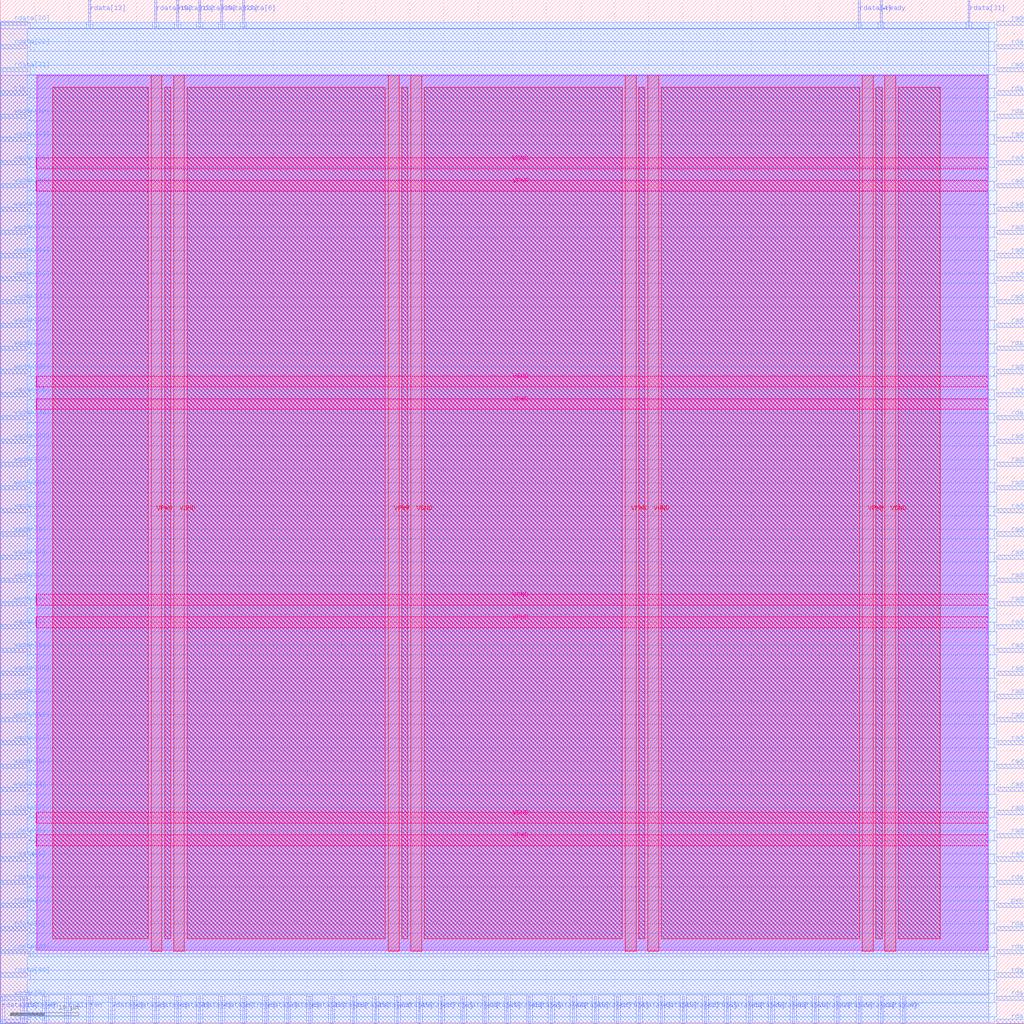
<source format=lef>
VERSION 5.7 ;
  NOWIREEXTENSIONATPIN ON ;
  DIVIDERCHAR "/" ;
  BUSBITCHARS "[]" ;
MACRO timer_top
  CLASS BLOCK ;
  FOREIGN timer_top ;
  ORIGIN 0.000 0.000 ;
  SIZE 150.000 BY 150.000 ;
  PIN VGND
    DIRECTION INOUT ;
    USE GROUND ;
    PORT
      LAYER met4 ;
        RECT 25.385 10.640 26.985 138.960 ;
    END
    PORT
      LAYER met4 ;
        RECT 60.115 10.640 61.715 138.960 ;
    END
    PORT
      LAYER met4 ;
        RECT 94.845 10.640 96.445 138.960 ;
    END
    PORT
      LAYER met4 ;
        RECT 129.575 10.640 131.175 138.960 ;
    END
    PORT
      LAYER met5 ;
        RECT 5.280 29.360 144.680 30.960 ;
    END
    PORT
      LAYER met5 ;
        RECT 5.280 61.320 144.680 62.920 ;
    END
    PORT
      LAYER met5 ;
        RECT 5.280 93.280 144.680 94.880 ;
    END
    PORT
      LAYER met5 ;
        RECT 5.280 125.240 144.680 126.840 ;
    END
  END VGND
  PIN VPWR
    DIRECTION INOUT ;
    USE POWER ;
    PORT
      LAYER met4 ;
        RECT 22.085 10.640 23.685 138.960 ;
    END
    PORT
      LAYER met4 ;
        RECT 56.815 10.640 58.415 138.960 ;
    END
    PORT
      LAYER met4 ;
        RECT 91.545 10.640 93.145 138.960 ;
    END
    PORT
      LAYER met4 ;
        RECT 126.275 10.640 127.875 138.960 ;
    END
    PORT
      LAYER met5 ;
        RECT 5.280 26.060 144.680 27.660 ;
    END
    PORT
      LAYER met5 ;
        RECT 5.280 58.020 144.680 59.620 ;
    END
    PORT
      LAYER met5 ;
        RECT 5.280 89.980 144.680 91.580 ;
    END
    PORT
      LAYER met5 ;
        RECT 5.280 121.940 144.680 123.540 ;
    END
  END VPWR
  PIN clk
    DIRECTION INPUT ;
    USE SIGNAL ;
    ANTENNAGATEAREA 0.852000 ;
    PORT
      LAYER met3 ;
        RECT 0.000 136.040 4.000 136.640 ;
    END
  END clk
  PIN pwm
    DIRECTION OUTPUT ;
    USE SIGNAL ;
    ANTENNADIFFAREA 0.445500 ;
    PORT
      LAYER met3 ;
        RECT 146.000 17.040 150.000 17.640 ;
    END
  END pwm
  PIN raddr[0]
    DIRECTION INPUT ;
    USE SIGNAL ;
    ANTENNAGATEAREA 0.196500 ;
    PORT
      LAYER met3 ;
        RECT 146.000 129.240 150.000 129.840 ;
    END
  END raddr[0]
  PIN raddr[10]
    DIRECTION INPUT ;
    USE SIGNAL ;
    ANTENNAGATEAREA 0.196500 ;
    PORT
      LAYER met3 ;
        RECT 146.000 139.440 150.000 140.040 ;
    END
  END raddr[10]
  PIN raddr[11]
    DIRECTION INPUT ;
    USE SIGNAL ;
    ANTENNAGATEAREA 0.196500 ;
    PORT
      LAYER met3 ;
        RECT 146.000 57.840 150.000 58.440 ;
    END
  END raddr[11]
  PIN raddr[12]
    DIRECTION INPUT ;
    USE SIGNAL ;
    ANTENNAGATEAREA 0.196500 ;
    PORT
      LAYER met3 ;
        RECT 146.000 102.040 150.000 102.640 ;
    END
  END raddr[12]
  PIN raddr[13]
    DIRECTION INPUT ;
    USE SIGNAL ;
    ANTENNAGATEAREA 0.196500 ;
    PORT
      LAYER met3 ;
        RECT 146.000 85.040 150.000 85.640 ;
    END
  END raddr[13]
  PIN raddr[14]
    DIRECTION INPUT ;
    USE SIGNAL ;
    ANTENNAGATEAREA 0.196500 ;
    PORT
      LAYER met3 ;
        RECT 146.000 115.640 150.000 116.240 ;
    END
  END raddr[14]
  PIN raddr[15]
    DIRECTION INPUT ;
    USE SIGNAL ;
    ANTENNAGATEAREA 0.196500 ;
    PORT
      LAYER met3 ;
        RECT 146.000 68.040 150.000 68.640 ;
    END
  END raddr[15]
  PIN raddr[16]
    DIRECTION INPUT ;
    USE SIGNAL ;
    ANTENNAGATEAREA 0.196500 ;
    PORT
      LAYER met3 ;
        RECT 146.000 74.840 150.000 75.440 ;
    END
  END raddr[16]
  PIN raddr[17]
    DIRECTION INPUT ;
    USE SIGNAL ;
    ANTENNAGATEAREA 0.196500 ;
    PORT
      LAYER met3 ;
        RECT 146.000 51.040 150.000 51.640 ;
    END
  END raddr[17]
  PIN raddr[18]
    DIRECTION INPUT ;
    USE SIGNAL ;
    ANTENNAGATEAREA 0.196500 ;
    PORT
      LAYER met3 ;
        RECT 146.000 61.240 150.000 61.840 ;
    END
  END raddr[18]
  PIN raddr[19]
    DIRECTION INPUT ;
    USE SIGNAL ;
    ANTENNAGATEAREA 0.196500 ;
    PORT
      LAYER met3 ;
        RECT 146.000 54.440 150.000 55.040 ;
    END
  END raddr[19]
  PIN raddr[1]
    DIRECTION INPUT ;
    USE SIGNAL ;
    ANTENNAGATEAREA 0.196500 ;
    PORT
      LAYER met3 ;
        RECT 146.000 91.840 150.000 92.440 ;
    END
  END raddr[1]
  PIN raddr[20]
    DIRECTION INPUT ;
    USE SIGNAL ;
    ANTENNAGATEAREA 0.196500 ;
    PORT
      LAYER met3 ;
        RECT 146.000 78.240 150.000 78.840 ;
    END
  END raddr[20]
  PIN raddr[21]
    DIRECTION INPUT ;
    USE SIGNAL ;
    ANTENNAGATEAREA 0.196500 ;
    PORT
      LAYER met3 ;
        RECT 146.000 37.440 150.000 38.040 ;
    END
  END raddr[21]
  PIN raddr[22]
    DIRECTION INPUT ;
    USE SIGNAL ;
    ANTENNAGATEAREA 0.196500 ;
    PORT
      LAYER met3 ;
        RECT 146.000 34.040 150.000 34.640 ;
    END
  END raddr[22]
  PIN raddr[23]
    DIRECTION INPUT ;
    USE SIGNAL ;
    ANTENNAGATEAREA 0.196500 ;
    PORT
      LAYER met3 ;
        RECT 146.000 40.840 150.000 41.440 ;
    END
  END raddr[23]
  PIN raddr[24]
    DIRECTION INPUT ;
    USE SIGNAL ;
    ANTENNAGATEAREA 0.196500 ;
    PORT
      LAYER met3 ;
        RECT 146.000 146.240 150.000 146.840 ;
    END
  END raddr[24]
  PIN raddr[25]
    DIRECTION INPUT ;
    USE SIGNAL ;
    ANTENNAGATEAREA 0.196500 ;
    PORT
      LAYER met3 ;
        RECT 146.000 44.240 150.000 44.840 ;
    END
  END raddr[25]
  PIN raddr[26]
    DIRECTION INPUT ;
    USE SIGNAL ;
    ANTENNAGATEAREA 0.196500 ;
    PORT
      LAYER met3 ;
        RECT 146.000 30.640 150.000 31.240 ;
    END
  END raddr[26]
  PIN raddr[27]
    DIRECTION INPUT ;
    USE SIGNAL ;
    ANTENNAGATEAREA 0.196500 ;
    PORT
      LAYER met3 ;
        RECT 146.000 71.440 150.000 72.040 ;
    END
  END raddr[27]
  PIN raddr[28]
    DIRECTION INPUT ;
    USE SIGNAL ;
    ANTENNAGATEAREA 0.196500 ;
    PORT
      LAYER met3 ;
        RECT 146.000 122.440 150.000 123.040 ;
    END
  END raddr[28]
  PIN raddr[29]
    DIRECTION INPUT ;
    USE SIGNAL ;
    ANTENNAGATEAREA 0.196500 ;
    PORT
      LAYER met3 ;
        RECT 146.000 27.240 150.000 27.840 ;
    END
  END raddr[29]
  PIN raddr[2]
    DIRECTION INPUT ;
    USE SIGNAL ;
    ANTENNAGATEAREA 0.196500 ;
    PORT
      LAYER met3 ;
        RECT 146.000 119.040 150.000 119.640 ;
    END
  END raddr[2]
  PIN raddr[30]
    DIRECTION INPUT ;
    USE SIGNAL ;
    ANTENNAGATEAREA 0.196500 ;
    PORT
      LAYER met3 ;
        RECT 146.000 23.840 150.000 24.440 ;
    END
  END raddr[30]
  PIN raddr[31]
    DIRECTION INPUT ;
    USE SIGNAL ;
    ANTENNAGATEAREA 0.196500 ;
    PORT
      LAYER met3 ;
        RECT 146.000 47.640 150.000 48.240 ;
    END
  END raddr[31]
  PIN raddr[3]
    DIRECTION INPUT ;
    USE SIGNAL ;
    ANTENNAGATEAREA 0.196500 ;
    PORT
      LAYER met3 ;
        RECT 146.000 112.240 150.000 112.840 ;
    END
  END raddr[3]
  PIN raddr[4]
    DIRECTION INPUT ;
    USE SIGNAL ;
    ANTENNAGATEAREA 0.196500 ;
    PORT
      LAYER met3 ;
        RECT 146.000 81.640 150.000 82.240 ;
    END
  END raddr[4]
  PIN raddr[5]
    DIRECTION INPUT ;
    USE SIGNAL ;
    ANTENNAGATEAREA 0.196500 ;
    PORT
      LAYER met3 ;
        RECT 146.000 125.840 150.000 126.440 ;
    END
  END raddr[5]
  PIN raddr[6]
    DIRECTION INPUT ;
    USE SIGNAL ;
    ANTENNAGATEAREA 0.196500 ;
    PORT
      LAYER met3 ;
        RECT 146.000 95.240 150.000 95.840 ;
    END
  END raddr[6]
  PIN raddr[7]
    DIRECTION INPUT ;
    USE SIGNAL ;
    ANTENNAGATEAREA 0.196500 ;
    PORT
      LAYER met3 ;
        RECT 146.000 64.640 150.000 65.240 ;
    END
  END raddr[7]
  PIN raddr[8]
    DIRECTION INPUT ;
    USE SIGNAL ;
    ANTENNAGATEAREA 0.196500 ;
    PORT
      LAYER met3 ;
        RECT 146.000 105.440 150.000 106.040 ;
    END
  END raddr[8]
  PIN raddr[9]
    DIRECTION INPUT ;
    USE SIGNAL ;
    ANTENNAGATEAREA 0.196500 ;
    PORT
      LAYER met3 ;
        RECT 146.000 108.840 150.000 109.440 ;
    END
  END raddr[9]
  PIN rdata[0]
    DIRECTION OUTPUT ;
    USE SIGNAL ;
    PORT
      LAYER met3 ;
        RECT 146.000 142.840 150.000 143.440 ;
    END
  END rdata[0]
  PIN rdata[10]
    DIRECTION OUTPUT ;
    USE SIGNAL ;
    PORT
      LAYER met3 ;
        RECT 0.000 20.440 4.000 21.040 ;
    END
  END rdata[10]
  PIN rdata[11]
    DIRECTION OUTPUT ;
    USE SIGNAL ;
    PORT
      LAYER met3 ;
        RECT 0.000 17.040 4.000 17.640 ;
    END
  END rdata[11]
  PIN rdata[12]
    DIRECTION OUTPUT ;
    USE SIGNAL ;
    PORT
      LAYER met2 ;
        RECT 25.850 146.000 26.130 150.000 ;
    END
  END rdata[12]
  PIN rdata[13]
    DIRECTION OUTPUT ;
    USE SIGNAL ;
    PORT
      LAYER met2 ;
        RECT 12.970 146.000 13.250 150.000 ;
    END
  END rdata[13]
  PIN rdata[14]
    DIRECTION OUTPUT ;
    USE SIGNAL ;
    PORT
      LAYER met3 ;
        RECT 146.000 3.440 150.000 4.040 ;
    END
  END rdata[14]
  PIN rdata[15]
    DIRECTION OUTPUT ;
    USE SIGNAL ;
    PORT
      LAYER met3 ;
        RECT 146.000 0.040 150.000 0.640 ;
    END
  END rdata[15]
  PIN rdata[16]
    DIRECTION OUTPUT ;
    USE SIGNAL ;
    PORT
      LAYER met3 ;
        RECT 146.000 13.640 150.000 14.240 ;
    END
  END rdata[16]
  PIN rdata[17]
    DIRECTION OUTPUT ;
    USE SIGNAL ;
    PORT
      LAYER met3 ;
        RECT 146.000 132.640 150.000 133.240 ;
    END
  END rdata[17]
  PIN rdata[18]
    DIRECTION OUTPUT ;
    USE SIGNAL ;
    PORT
      LAYER met2 ;
        RECT 0.090 0.000 0.370 4.000 ;
    END
  END rdata[18]
  PIN rdata[19]
    DIRECTION OUTPUT ;
    USE SIGNAL ;
    PORT
      LAYER met2 ;
        RECT 22.630 146.000 22.910 150.000 ;
    END
  END rdata[19]
  PIN rdata[1]
    DIRECTION OUTPUT ;
    USE SIGNAL ;
    ANTENNADIFFAREA 0.445500 ;
    PORT
      LAYER met3 ;
        RECT 146.000 98.640 150.000 99.240 ;
    END
  END rdata[1]
  PIN rdata[20]
    DIRECTION OUTPUT ;
    USE SIGNAL ;
    PORT
      LAYER met3 ;
        RECT 0.000 146.240 4.000 146.840 ;
    END
  END rdata[20]
  PIN rdata[21]
    DIRECTION OUTPUT ;
    USE SIGNAL ;
    PORT
      LAYER met3 ;
        RECT 0.000 139.440 4.000 140.040 ;
    END
  END rdata[21]
  PIN rdata[22]
    DIRECTION OUTPUT ;
    USE SIGNAL ;
    PORT
      LAYER met3 ;
        RECT 0.000 142.840 4.000 143.440 ;
    END
  END rdata[22]
  PIN rdata[23]
    DIRECTION OUTPUT ;
    USE SIGNAL ;
    PORT
      LAYER met3 ;
        RECT 146.000 20.440 150.000 21.040 ;
    END
  END rdata[23]
  PIN rdata[24]
    DIRECTION OUTPUT ;
    USE SIGNAL ;
    PORT
      LAYER met3 ;
        RECT 146.000 10.240 150.000 10.840 ;
    END
  END rdata[24]
  PIN rdata[25]
    DIRECTION OUTPUT ;
    USE SIGNAL ;
    PORT
      LAYER met3 ;
        RECT 146.000 136.040 150.000 136.640 ;
    END
  END rdata[25]
  PIN rdata[26]
    DIRECTION OUTPUT ;
    USE SIGNAL ;
    PORT
      LAYER met3 ;
        RECT 0.000 10.240 4.000 10.840 ;
    END
  END rdata[26]
  PIN rdata[27]
    DIRECTION OUTPUT ;
    USE SIGNAL ;
    PORT
      LAYER met2 ;
        RECT 32.290 146.000 32.570 150.000 ;
    END
  END rdata[27]
  PIN rdata[28]
    DIRECTION OUTPUT ;
    USE SIGNAL ;
    PORT
      LAYER met3 ;
        RECT 146.000 6.840 150.000 7.440 ;
    END
  END rdata[28]
  PIN rdata[29]
    DIRECTION OUTPUT ;
    USE SIGNAL ;
    PORT
      LAYER met2 ;
        RECT 29.070 146.000 29.350 150.000 ;
    END
  END rdata[29]
  PIN rdata[2]
    DIRECTION OUTPUT ;
    USE SIGNAL ;
    ANTENNADIFFAREA 0.445500 ;
    PORT
      LAYER met3 ;
        RECT 146.000 88.440 150.000 89.040 ;
    END
  END rdata[2]
  PIN rdata[30]
    DIRECTION OUTPUT ;
    USE SIGNAL ;
    PORT
      LAYER met3 ;
        RECT 0.000 6.840 4.000 7.440 ;
    END
  END rdata[30]
  PIN rdata[31]
    DIRECTION OUTPUT ;
    USE SIGNAL ;
    PORT
      LAYER met2 ;
        RECT 141.770 146.000 142.050 150.000 ;
    END
  END rdata[31]
  PIN rdata[3]
    DIRECTION OUTPUT ;
    USE SIGNAL ;
    PORT
      LAYER met3 ;
        RECT 0.000 13.640 4.000 14.240 ;
    END
  END rdata[3]
  PIN rdata[4]
    DIRECTION OUTPUT ;
    USE SIGNAL ;
    PORT
      LAYER met2 ;
        RECT 125.670 146.000 125.950 150.000 ;
    END
  END rdata[4]
  PIN rdata[5]
    DIRECTION OUTPUT ;
    USE SIGNAL ;
    PORT
      LAYER met3 ;
        RECT 0.000 27.240 4.000 27.840 ;
    END
  END rdata[5]
  PIN rdata[6]
    DIRECTION OUTPUT ;
    USE SIGNAL ;
    PORT
      LAYER met3 ;
        RECT 0.000 23.840 4.000 24.440 ;
    END
  END rdata[6]
  PIN rdata[7]
    DIRECTION OUTPUT ;
    USE SIGNAL ;
    PORT
      LAYER met3 ;
        RECT 0.000 30.640 4.000 31.240 ;
    END
  END rdata[7]
  PIN rdata[8]
    DIRECTION OUTPUT ;
    USE SIGNAL ;
    PORT
      LAYER met2 ;
        RECT 35.510 146.000 35.790 150.000 ;
    END
  END rdata[8]
  PIN rdata[9]
    DIRECTION OUTPUT ;
    USE SIGNAL ;
    PORT
      LAYER met2 ;
        RECT 3.310 0.000 3.590 4.000 ;
    END
  END rdata[9]
  PIN ren
    DIRECTION INPUT ;
    USE SIGNAL ;
    ANTENNAGATEAREA 0.196500 ;
    PORT
      LAYER met2 ;
        RECT 12.970 0.000 13.250 4.000 ;
    END
  END ren
  PIN rstn
    DIRECTION INPUT ;
    USE SIGNAL ;
    ANTENNAGATEAREA 0.213000 ;
    PORT
      LAYER met2 ;
        RECT 132.110 0.000 132.390 4.000 ;
    END
  END rstn
  PIN rvalid
    DIRECTION OUTPUT ;
    USE SIGNAL ;
    ANTENNADIFFAREA 0.445500 ;
    PORT
      LAYER met2 ;
        RECT 9.750 0.000 10.030 4.000 ;
    END
  END rvalid
  PIN waddr[0]
    DIRECTION INPUT ;
    USE SIGNAL ;
    ANTENNAGATEAREA 0.196500 ;
    PORT
      LAYER met3 ;
        RECT 0.000 74.840 4.000 75.440 ;
    END
  END waddr[0]
  PIN waddr[10]
    DIRECTION INPUT ;
    USE SIGNAL ;
    ANTENNAGATEAREA 0.196500 ;
    PORT
      LAYER met3 ;
        RECT 0.000 47.640 4.000 48.240 ;
    END
  END waddr[10]
  PIN waddr[11]
    DIRECTION INPUT ;
    USE SIGNAL ;
    ANTENNAGATEAREA 0.196500 ;
    PORT
      LAYER met3 ;
        RECT 0.000 40.840 4.000 41.440 ;
    END
  END waddr[11]
  PIN waddr[12]
    DIRECTION INPUT ;
    USE SIGNAL ;
    ANTENNAGATEAREA 0.196500 ;
    PORT
      LAYER met3 ;
        RECT 0.000 51.040 4.000 51.640 ;
    END
  END waddr[12]
  PIN waddr[13]
    DIRECTION INPUT ;
    USE SIGNAL ;
    ANTENNAGATEAREA 0.196500 ;
    PORT
      LAYER met3 ;
        RECT 0.000 37.440 4.000 38.040 ;
    END
  END waddr[13]
  PIN waddr[14]
    DIRECTION INPUT ;
    USE SIGNAL ;
    ANTENNAGATEAREA 0.196500 ;
    PORT
      LAYER met3 ;
        RECT 0.000 54.440 4.000 55.040 ;
    END
  END waddr[14]
  PIN waddr[15]
    DIRECTION INPUT ;
    USE SIGNAL ;
    ANTENNAGATEAREA 0.196500 ;
    PORT
      LAYER met3 ;
        RECT 0.000 44.240 4.000 44.840 ;
    END
  END waddr[15]
  PIN waddr[16]
    DIRECTION INPUT ;
    USE SIGNAL ;
    ANTENNAGATEAREA 0.196500 ;
    PORT
      LAYER met3 ;
        RECT 0.000 132.640 4.000 133.240 ;
    END
  END waddr[16]
  PIN waddr[17]
    DIRECTION INPUT ;
    USE SIGNAL ;
    ANTENNAGATEAREA 0.196500 ;
    PORT
      LAYER met3 ;
        RECT 0.000 81.640 4.000 82.240 ;
    END
  END waddr[17]
  PIN waddr[18]
    DIRECTION INPUT ;
    USE SIGNAL ;
    ANTENNAGATEAREA 0.196500 ;
    PORT
      LAYER met3 ;
        RECT 0.000 122.440 4.000 123.040 ;
    END
  END waddr[18]
  PIN waddr[19]
    DIRECTION INPUT ;
    USE SIGNAL ;
    ANTENNAGATEAREA 0.196500 ;
    PORT
      LAYER met3 ;
        RECT 0.000 129.240 4.000 129.840 ;
    END
  END waddr[19]
  PIN waddr[1]
    DIRECTION INPUT ;
    USE SIGNAL ;
    ANTENNAGATEAREA 0.196500 ;
    PORT
      LAYER met3 ;
        RECT 0.000 71.440 4.000 72.040 ;
    END
  END waddr[1]
  PIN waddr[20]
    DIRECTION INPUT ;
    USE SIGNAL ;
    ANTENNAGATEAREA 0.196500 ;
    PORT
      LAYER met3 ;
        RECT 0.000 102.040 4.000 102.640 ;
    END
  END waddr[20]
  PIN waddr[21]
    DIRECTION INPUT ;
    USE SIGNAL ;
    ANTENNAGATEAREA 0.196500 ;
    PORT
      LAYER met3 ;
        RECT 0.000 108.840 4.000 109.440 ;
    END
  END waddr[21]
  PIN waddr[22]
    DIRECTION INPUT ;
    USE SIGNAL ;
    ANTENNAGATEAREA 0.196500 ;
    PORT
      LAYER met3 ;
        RECT 0.000 85.040 4.000 85.640 ;
    END
  END waddr[22]
  PIN waddr[23]
    DIRECTION INPUT ;
    USE SIGNAL ;
    ANTENNAGATEAREA 0.196500 ;
    PORT
      LAYER met3 ;
        RECT 0.000 105.440 4.000 106.040 ;
    END
  END waddr[23]
  PIN waddr[24]
    DIRECTION INPUT ;
    USE SIGNAL ;
    ANTENNAGATEAREA 0.196500 ;
    PORT
      LAYER met3 ;
        RECT 0.000 98.640 4.000 99.240 ;
    END
  END waddr[24]
  PIN waddr[25]
    DIRECTION INPUT ;
    USE SIGNAL ;
    ANTENNAGATEAREA 0.196500 ;
    PORT
      LAYER met3 ;
        RECT 0.000 95.240 4.000 95.840 ;
    END
  END waddr[25]
  PIN waddr[26]
    DIRECTION INPUT ;
    USE SIGNAL ;
    ANTENNAGATEAREA 0.196500 ;
    PORT
      LAYER met3 ;
        RECT 0.000 125.840 4.000 126.440 ;
    END
  END waddr[26]
  PIN waddr[27]
    DIRECTION INPUT ;
    USE SIGNAL ;
    ANTENNAGATEAREA 0.196500 ;
    PORT
      LAYER met3 ;
        RECT 0.000 119.040 4.000 119.640 ;
    END
  END waddr[27]
  PIN waddr[28]
    DIRECTION INPUT ;
    USE SIGNAL ;
    ANTENNAGATEAREA 0.196500 ;
    PORT
      LAYER met3 ;
        RECT 0.000 91.840 4.000 92.440 ;
    END
  END waddr[28]
  PIN waddr[29]
    DIRECTION INPUT ;
    USE SIGNAL ;
    ANTENNAGATEAREA 0.196500 ;
    PORT
      LAYER met3 ;
        RECT 0.000 88.440 4.000 89.040 ;
    END
  END waddr[29]
  PIN waddr[2]
    DIRECTION INPUT ;
    USE SIGNAL ;
    ANTENNAGATEAREA 0.196500 ;
    PORT
      LAYER met3 ;
        RECT 0.000 57.840 4.000 58.440 ;
    END
  END waddr[2]
  PIN waddr[30]
    DIRECTION INPUT ;
    USE SIGNAL ;
    ANTENNAGATEAREA 0.196500 ;
    PORT
      LAYER met3 ;
        RECT 0.000 115.640 4.000 116.240 ;
    END
  END waddr[30]
  PIN waddr[31]
    DIRECTION INPUT ;
    USE SIGNAL ;
    ANTENNAGATEAREA 0.196500 ;
    PORT
      LAYER met3 ;
        RECT 0.000 112.240 4.000 112.840 ;
    END
  END waddr[31]
  PIN waddr[3]
    DIRECTION INPUT ;
    USE SIGNAL ;
    ANTENNAGATEAREA 0.213000 ;
    PORT
      LAYER met3 ;
        RECT 0.000 34.040 4.000 34.640 ;
    END
  END waddr[3]
  PIN waddr[4]
    DIRECTION INPUT ;
    USE SIGNAL ;
    ANTENNAGATEAREA 0.196500 ;
    PORT
      LAYER met3 ;
        RECT 0.000 61.240 4.000 61.840 ;
    END
  END waddr[4]
  PIN waddr[5]
    DIRECTION INPUT ;
    USE SIGNAL ;
    ANTENNAGATEAREA 0.196500 ;
    PORT
      LAYER met3 ;
        RECT 0.000 78.240 4.000 78.840 ;
    END
  END waddr[5]
  PIN waddr[6]
    DIRECTION INPUT ;
    USE SIGNAL ;
    ANTENNAGATEAREA 0.196500 ;
    PORT
      LAYER met3 ;
        RECT 0.000 64.640 4.000 65.240 ;
    END
  END waddr[6]
  PIN waddr[7]
    DIRECTION INPUT ;
    USE SIGNAL ;
    ANTENNAGATEAREA 0.196500 ;
    PORT
      LAYER met3 ;
        RECT 0.000 68.040 4.000 68.640 ;
    END
  END waddr[7]
  PIN waddr[8]
    DIRECTION INPUT ;
    USE SIGNAL ;
    ANTENNAGATEAREA 0.196500 ;
    PORT
      LAYER met3 ;
        RECT 0.000 3.440 4.000 4.040 ;
    END
  END waddr[8]
  PIN waddr[9]
    DIRECTION INPUT ;
    USE SIGNAL ;
    ANTENNAGATEAREA 0.196500 ;
    PORT
      LAYER met3 ;
        RECT 0.000 0.040 4.000 0.640 ;
    END
  END waddr[9]
  PIN wdata[0]
    DIRECTION INPUT ;
    USE SIGNAL ;
    ANTENNAGATEAREA 0.196500 ;
    PORT
      LAYER met2 ;
        RECT 32.290 0.000 32.570 4.000 ;
    END
  END wdata[0]
  PIN wdata[10]
    DIRECTION INPUT ;
    USE SIGNAL ;
    ANTENNAGATEAREA 0.196500 ;
    PORT
      LAYER met2 ;
        RECT 83.810 0.000 84.090 4.000 ;
    END
  END wdata[10]
  PIN wdata[11]
    DIRECTION INPUT ;
    USE SIGNAL ;
    ANTENNAGATEAREA 0.196500 ;
    PORT
      LAYER met2 ;
        RECT 99.910 0.000 100.190 4.000 ;
    END
  END wdata[11]
  PIN wdata[12]
    DIRECTION INPUT ;
    USE SIGNAL ;
    ANTENNAGATEAREA 0.196500 ;
    PORT
      LAYER met2 ;
        RECT 96.690 0.000 96.970 4.000 ;
    END
  END wdata[12]
  PIN wdata[13]
    DIRECTION INPUT ;
    USE SIGNAL ;
    ANTENNAGATEAREA 0.196500 ;
    PORT
      LAYER met2 ;
        RECT 87.030 0.000 87.310 4.000 ;
    END
  END wdata[13]
  PIN wdata[14]
    DIRECTION INPUT ;
    USE SIGNAL ;
    ANTENNAGATEAREA 0.196500 ;
    PORT
      LAYER met2 ;
        RECT 80.590 0.000 80.870 4.000 ;
    END
  END wdata[14]
  PIN wdata[15]
    DIRECTION INPUT ;
    USE SIGNAL ;
    ANTENNAGATEAREA 0.196500 ;
    PORT
      LAYER met2 ;
        RECT 74.150 0.000 74.430 4.000 ;
    END
  END wdata[15]
  PIN wdata[16]
    DIRECTION INPUT ;
    USE SIGNAL ;
    ANTENNAGATEAREA 0.196500 ;
    PORT
      LAYER met2 ;
        RECT 48.390 0.000 48.670 4.000 ;
    END
  END wdata[16]
  PIN wdata[17]
    DIRECTION INPUT ;
    USE SIGNAL ;
    ANTENNAGATEAREA 0.196500 ;
    PORT
      LAYER met2 ;
        RECT 45.170 0.000 45.450 4.000 ;
    END
  END wdata[17]
  PIN wdata[18]
    DIRECTION INPUT ;
    USE SIGNAL ;
    ANTENNAGATEAREA 0.196500 ;
    PORT
      LAYER met2 ;
        RECT 51.610 0.000 51.890 4.000 ;
    END
  END wdata[18]
  PIN wdata[19]
    DIRECTION INPUT ;
    USE SIGNAL ;
    ANTENNAGATEAREA 0.196500 ;
    PORT
      LAYER met2 ;
        RECT 58.050 0.000 58.330 4.000 ;
    END
  END wdata[19]
  PIN wdata[1]
    DIRECTION INPUT ;
    USE SIGNAL ;
    ANTENNAGATEAREA 0.196500 ;
    PORT
      LAYER met2 ;
        RECT 25.850 0.000 26.130 4.000 ;
    END
  END wdata[1]
  PIN wdata[20]
    DIRECTION INPUT ;
    USE SIGNAL ;
    ANTENNAGATEAREA 0.196500 ;
    PORT
      LAYER met2 ;
        RECT 54.830 0.000 55.110 4.000 ;
    END
  END wdata[20]
  PIN wdata[21]
    DIRECTION INPUT ;
    USE SIGNAL ;
    ANTENNAGATEAREA 0.196500 ;
    PORT
      LAYER met2 ;
        RECT 70.930 0.000 71.210 4.000 ;
    END
  END wdata[21]
  PIN wdata[22]
    DIRECTION INPUT ;
    USE SIGNAL ;
    ANTENNAGATEAREA 0.196500 ;
    PORT
      LAYER met2 ;
        RECT 67.710 0.000 67.990 4.000 ;
    END
  END wdata[22]
  PIN wdata[23]
    DIRECTION INPUT ;
    USE SIGNAL ;
    ANTENNAGATEAREA 0.196500 ;
    PORT
      LAYER met2 ;
        RECT 61.270 0.000 61.550 4.000 ;
    END
  END wdata[23]
  PIN wdata[24]
    DIRECTION INPUT ;
    USE SIGNAL ;
    ANTENNAGATEAREA 0.196500 ;
    PORT
      LAYER met2 ;
        RECT 128.890 0.000 129.170 4.000 ;
    END
  END wdata[24]
  PIN wdata[25]
    DIRECTION INPUT ;
    USE SIGNAL ;
    ANTENNAGATEAREA 0.196500 ;
    PORT
      LAYER met2 ;
        RECT 106.350 0.000 106.630 4.000 ;
    END
  END wdata[25]
  PIN wdata[26]
    DIRECTION INPUT ;
    USE SIGNAL ;
    ANTENNAGATEAREA 0.196500 ;
    PORT
      LAYER met2 ;
        RECT 112.790 0.000 113.070 4.000 ;
    END
  END wdata[26]
  PIN wdata[27]
    DIRECTION INPUT ;
    USE SIGNAL ;
    ANTENNAGATEAREA 0.196500 ;
    PORT
      LAYER met2 ;
        RECT 119.230 0.000 119.510 4.000 ;
    END
  END wdata[27]
  PIN wdata[28]
    DIRECTION INPUT ;
    USE SIGNAL ;
    ANTENNAGATEAREA 0.196500 ;
    PORT
      LAYER met2 ;
        RECT 109.570 0.000 109.850 4.000 ;
    END
  END wdata[28]
  PIN wdata[29]
    DIRECTION INPUT ;
    USE SIGNAL ;
    ANTENNAGATEAREA 0.196500 ;
    PORT
      LAYER met2 ;
        RECT 122.450 0.000 122.730 4.000 ;
    END
  END wdata[29]
  PIN wdata[2]
    DIRECTION INPUT ;
    USE SIGNAL ;
    ANTENNAGATEAREA 0.196500 ;
    PORT
      LAYER met2 ;
        RECT 19.410 0.000 19.690 4.000 ;
    END
  END wdata[2]
  PIN wdata[30]
    DIRECTION INPUT ;
    USE SIGNAL ;
    ANTENNAGATEAREA 0.196500 ;
    PORT
      LAYER met2 ;
        RECT 116.010 0.000 116.290 4.000 ;
    END
  END wdata[30]
  PIN wdata[31]
    DIRECTION INPUT ;
    USE SIGNAL ;
    ANTENNAGATEAREA 0.196500 ;
    PORT
      LAYER met2 ;
        RECT 125.670 0.000 125.950 4.000 ;
    END
  END wdata[31]
  PIN wdata[3]
    DIRECTION INPUT ;
    USE SIGNAL ;
    ANTENNAGATEAREA 0.196500 ;
    PORT
      LAYER met2 ;
        RECT 16.190 0.000 16.470 4.000 ;
    END
  END wdata[3]
  PIN wdata[4]
    DIRECTION INPUT ;
    USE SIGNAL ;
    ANTENNAGATEAREA 0.196500 ;
    PORT
      LAYER met2 ;
        RECT 29.070 0.000 29.350 4.000 ;
    END
  END wdata[4]
  PIN wdata[5]
    DIRECTION INPUT ;
    USE SIGNAL ;
    ANTENNAGATEAREA 0.196500 ;
    PORT
      LAYER met2 ;
        RECT 22.630 0.000 22.910 4.000 ;
    END
  END wdata[5]
  PIN wdata[6]
    DIRECTION INPUT ;
    USE SIGNAL ;
    ANTENNAGATEAREA 0.196500 ;
    PORT
      LAYER met2 ;
        RECT 41.950 0.000 42.230 4.000 ;
    END
  END wdata[6]
  PIN wdata[7]
    DIRECTION INPUT ;
    USE SIGNAL ;
    ANTENNAGATEAREA 0.196500 ;
    PORT
      LAYER met2 ;
        RECT 38.730 0.000 39.010 4.000 ;
    END
  END wdata[7]
  PIN wdata[8]
    DIRECTION INPUT ;
    USE SIGNAL ;
    ANTENNAGATEAREA 0.196500 ;
    PORT
      LAYER met2 ;
        RECT 77.370 0.000 77.650 4.000 ;
    END
  END wdata[8]
  PIN wdata[9]
    DIRECTION INPUT ;
    USE SIGNAL ;
    ANTENNAGATEAREA 0.196500 ;
    PORT
      LAYER met2 ;
        RECT 93.470 0.000 93.750 4.000 ;
    END
  END wdata[9]
  PIN wen
    DIRECTION INPUT ;
    USE SIGNAL ;
    ANTENNAGATEAREA 0.196500 ;
    PORT
      LAYER met2 ;
        RECT 6.530 0.000 6.810 4.000 ;
    END
  END wen
  PIN wready
    DIRECTION OUTPUT ;
    USE SIGNAL ;
    PORT
      LAYER met2 ;
        RECT 128.890 146.000 129.170 150.000 ;
    END
  END wready
  PIN wstrb[0]
    DIRECTION INPUT ;
    USE SIGNAL ;
    ANTENNAGATEAREA 0.196500 ;
    PORT
      LAYER met2 ;
        RECT 35.510 0.000 35.790 4.000 ;
    END
  END wstrb[0]
  PIN wstrb[1]
    DIRECTION INPUT ;
    USE SIGNAL ;
    ANTENNAGATEAREA 0.213000 ;
    PORT
      LAYER met2 ;
        RECT 90.250 0.000 90.530 4.000 ;
    END
  END wstrb[1]
  PIN wstrb[2]
    DIRECTION INPUT ;
    USE SIGNAL ;
    ANTENNAGATEAREA 0.213000 ;
    PORT
      LAYER met2 ;
        RECT 64.490 0.000 64.770 4.000 ;
    END
  END wstrb[2]
  PIN wstrb[3]
    DIRECTION INPUT ;
    USE SIGNAL ;
    ANTENNAGATEAREA 0.196500 ;
    PORT
      LAYER met2 ;
        RECT 103.130 0.000 103.410 4.000 ;
    END
  END wstrb[3]
  OBS
      LAYER nwell ;
        RECT 5.330 10.795 144.630 138.910 ;
      LAYER li1 ;
        RECT 5.520 10.795 144.440 138.805 ;
      LAYER met1 ;
        RECT 0.070 10.240 144.830 138.960 ;
      LAYER met2 ;
        RECT 0.100 145.720 12.690 146.725 ;
        RECT 13.530 145.720 22.350 146.725 ;
        RECT 23.190 145.720 25.570 146.725 ;
        RECT 26.410 145.720 28.790 146.725 ;
        RECT 29.630 145.720 32.010 146.725 ;
        RECT 32.850 145.720 35.230 146.725 ;
        RECT 36.070 145.720 125.390 146.725 ;
        RECT 126.230 145.720 128.610 146.725 ;
        RECT 129.450 145.720 141.490 146.725 ;
        RECT 142.330 145.720 144.800 146.725 ;
        RECT 0.100 4.280 144.800 145.720 ;
        RECT 0.650 0.155 3.030 4.280 ;
        RECT 3.870 0.155 6.250 4.280 ;
        RECT 7.090 0.155 9.470 4.280 ;
        RECT 10.310 0.155 12.690 4.280 ;
        RECT 13.530 0.155 15.910 4.280 ;
        RECT 16.750 0.155 19.130 4.280 ;
        RECT 19.970 0.155 22.350 4.280 ;
        RECT 23.190 0.155 25.570 4.280 ;
        RECT 26.410 0.155 28.790 4.280 ;
        RECT 29.630 0.155 32.010 4.280 ;
        RECT 32.850 0.155 35.230 4.280 ;
        RECT 36.070 0.155 38.450 4.280 ;
        RECT 39.290 0.155 41.670 4.280 ;
        RECT 42.510 0.155 44.890 4.280 ;
        RECT 45.730 0.155 48.110 4.280 ;
        RECT 48.950 0.155 51.330 4.280 ;
        RECT 52.170 0.155 54.550 4.280 ;
        RECT 55.390 0.155 57.770 4.280 ;
        RECT 58.610 0.155 60.990 4.280 ;
        RECT 61.830 0.155 64.210 4.280 ;
        RECT 65.050 0.155 67.430 4.280 ;
        RECT 68.270 0.155 70.650 4.280 ;
        RECT 71.490 0.155 73.870 4.280 ;
        RECT 74.710 0.155 77.090 4.280 ;
        RECT 77.930 0.155 80.310 4.280 ;
        RECT 81.150 0.155 83.530 4.280 ;
        RECT 84.370 0.155 86.750 4.280 ;
        RECT 87.590 0.155 89.970 4.280 ;
        RECT 90.810 0.155 93.190 4.280 ;
        RECT 94.030 0.155 96.410 4.280 ;
        RECT 97.250 0.155 99.630 4.280 ;
        RECT 100.470 0.155 102.850 4.280 ;
        RECT 103.690 0.155 106.070 4.280 ;
        RECT 106.910 0.155 109.290 4.280 ;
        RECT 110.130 0.155 112.510 4.280 ;
        RECT 113.350 0.155 115.730 4.280 ;
        RECT 116.570 0.155 118.950 4.280 ;
        RECT 119.790 0.155 122.170 4.280 ;
        RECT 123.010 0.155 125.390 4.280 ;
        RECT 126.230 0.155 128.610 4.280 ;
        RECT 129.450 0.155 131.830 4.280 ;
        RECT 132.670 0.155 144.800 4.280 ;
      LAYER met3 ;
        RECT 4.400 145.840 145.600 146.705 ;
        RECT 3.990 143.840 146.000 145.840 ;
        RECT 4.400 142.440 145.600 143.840 ;
        RECT 3.990 140.440 146.000 142.440 ;
        RECT 4.400 139.040 145.600 140.440 ;
        RECT 3.990 137.040 146.000 139.040 ;
        RECT 4.400 135.640 145.600 137.040 ;
        RECT 3.990 133.640 146.000 135.640 ;
        RECT 4.400 132.240 145.600 133.640 ;
        RECT 3.990 130.240 146.000 132.240 ;
        RECT 4.400 128.840 145.600 130.240 ;
        RECT 3.990 126.840 146.000 128.840 ;
        RECT 4.400 125.440 145.600 126.840 ;
        RECT 3.990 123.440 146.000 125.440 ;
        RECT 4.400 122.040 145.600 123.440 ;
        RECT 3.990 120.040 146.000 122.040 ;
        RECT 4.400 118.640 145.600 120.040 ;
        RECT 3.990 116.640 146.000 118.640 ;
        RECT 4.400 115.240 145.600 116.640 ;
        RECT 3.990 113.240 146.000 115.240 ;
        RECT 4.400 111.840 145.600 113.240 ;
        RECT 3.990 109.840 146.000 111.840 ;
        RECT 4.400 108.440 145.600 109.840 ;
        RECT 3.990 106.440 146.000 108.440 ;
        RECT 4.400 105.040 145.600 106.440 ;
        RECT 3.990 103.040 146.000 105.040 ;
        RECT 4.400 101.640 145.600 103.040 ;
        RECT 3.990 99.640 146.000 101.640 ;
        RECT 4.400 98.240 145.600 99.640 ;
        RECT 3.990 96.240 146.000 98.240 ;
        RECT 4.400 94.840 145.600 96.240 ;
        RECT 3.990 92.840 146.000 94.840 ;
        RECT 4.400 91.440 145.600 92.840 ;
        RECT 3.990 89.440 146.000 91.440 ;
        RECT 4.400 88.040 145.600 89.440 ;
        RECT 3.990 86.040 146.000 88.040 ;
        RECT 4.400 84.640 145.600 86.040 ;
        RECT 3.990 82.640 146.000 84.640 ;
        RECT 4.400 81.240 145.600 82.640 ;
        RECT 3.990 79.240 146.000 81.240 ;
        RECT 4.400 77.840 145.600 79.240 ;
        RECT 3.990 75.840 146.000 77.840 ;
        RECT 4.400 74.440 145.600 75.840 ;
        RECT 3.990 72.440 146.000 74.440 ;
        RECT 4.400 71.040 145.600 72.440 ;
        RECT 3.990 69.040 146.000 71.040 ;
        RECT 4.400 67.640 145.600 69.040 ;
        RECT 3.990 65.640 146.000 67.640 ;
        RECT 4.400 64.240 145.600 65.640 ;
        RECT 3.990 62.240 146.000 64.240 ;
        RECT 4.400 60.840 145.600 62.240 ;
        RECT 3.990 58.840 146.000 60.840 ;
        RECT 4.400 57.440 145.600 58.840 ;
        RECT 3.990 55.440 146.000 57.440 ;
        RECT 4.400 54.040 145.600 55.440 ;
        RECT 3.990 52.040 146.000 54.040 ;
        RECT 4.400 50.640 145.600 52.040 ;
        RECT 3.990 48.640 146.000 50.640 ;
        RECT 4.400 47.240 145.600 48.640 ;
        RECT 3.990 45.240 146.000 47.240 ;
        RECT 4.400 43.840 145.600 45.240 ;
        RECT 3.990 41.840 146.000 43.840 ;
        RECT 4.400 40.440 145.600 41.840 ;
        RECT 3.990 38.440 146.000 40.440 ;
        RECT 4.400 37.040 145.600 38.440 ;
        RECT 3.990 35.040 146.000 37.040 ;
        RECT 4.400 33.640 145.600 35.040 ;
        RECT 3.990 31.640 146.000 33.640 ;
        RECT 4.400 30.240 145.600 31.640 ;
        RECT 3.990 28.240 146.000 30.240 ;
        RECT 4.400 26.840 145.600 28.240 ;
        RECT 3.990 24.840 146.000 26.840 ;
        RECT 4.400 23.440 145.600 24.840 ;
        RECT 3.990 21.440 146.000 23.440 ;
        RECT 4.400 20.040 145.600 21.440 ;
        RECT 3.990 18.040 146.000 20.040 ;
        RECT 4.400 16.640 145.600 18.040 ;
        RECT 3.990 14.640 146.000 16.640 ;
        RECT 4.400 13.240 145.600 14.640 ;
        RECT 3.990 11.240 146.000 13.240 ;
        RECT 4.400 9.840 145.600 11.240 ;
        RECT 3.990 7.840 146.000 9.840 ;
        RECT 4.400 6.440 145.600 7.840 ;
        RECT 3.990 4.440 146.000 6.440 ;
        RECT 4.400 3.040 145.600 4.440 ;
        RECT 3.990 1.040 146.000 3.040 ;
        RECT 4.400 0.175 145.600 1.040 ;
      LAYER met4 ;
        RECT 7.655 12.415 21.685 137.185 ;
        RECT 24.085 12.415 24.985 137.185 ;
        RECT 27.385 12.415 56.415 137.185 ;
        RECT 58.815 12.415 59.715 137.185 ;
        RECT 62.115 12.415 91.145 137.185 ;
        RECT 93.545 12.415 94.445 137.185 ;
        RECT 96.845 12.415 125.875 137.185 ;
        RECT 128.275 12.415 129.175 137.185 ;
        RECT 131.575 12.415 137.705 137.185 ;
  END
END timer_top
END LIBRARY


</source>
